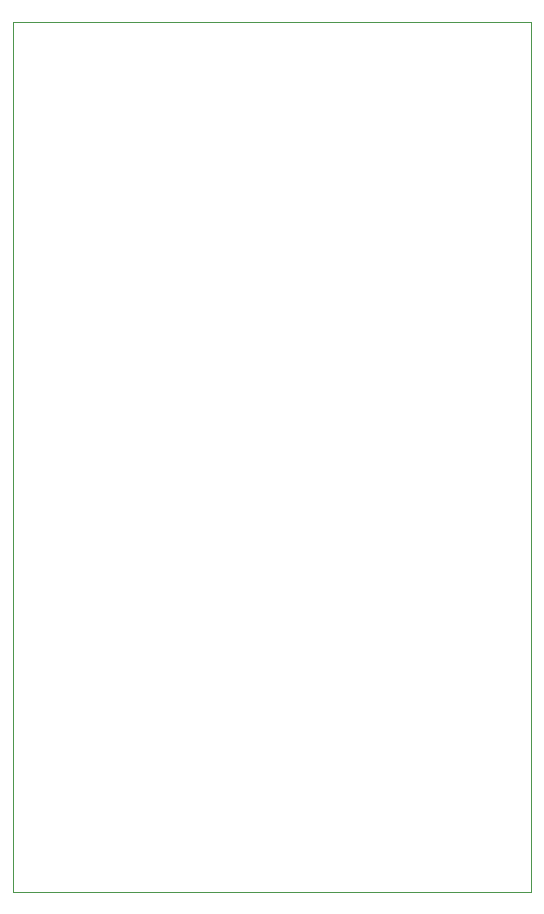
<source format=gbr>
%TF.GenerationSoftware,KiCad,Pcbnew,(5.1.7-0-10_14)*%
%TF.CreationDate,2021-05-27T20:48:50-05:00*%
%TF.ProjectId,bluepill_scsi,626c7565-7069-46c6-9c5f-736373692e6b,rev?*%
%TF.SameCoordinates,Original*%
%TF.FileFunction,Paste,Bot*%
%TF.FilePolarity,Positive*%
%FSLAX46Y46*%
G04 Gerber Fmt 4.6, Leading zero omitted, Abs format (unit mm)*
G04 Created by KiCad (PCBNEW (5.1.7-0-10_14)) date 2021-05-27 20:48:50*
%MOMM*%
%LPD*%
G01*
G04 APERTURE LIST*
%TA.AperFunction,Profile*%
%ADD10C,0.050000*%
%TD*%
G04 APERTURE END LIST*
D10*
X71755000Y-149225000D02*
X71120000Y-149225000D01*
X71120000Y-147955000D02*
X71120000Y-149225000D01*
X114935000Y-149225000D02*
X71755000Y-149225000D01*
X114935000Y-147955000D02*
X114935000Y-149225000D01*
X114935000Y-75565000D02*
X71120000Y-75565000D01*
X114935000Y-147955000D02*
X114935000Y-75565000D01*
X71120000Y-147955000D02*
X71120000Y-75565000D01*
M02*

</source>
